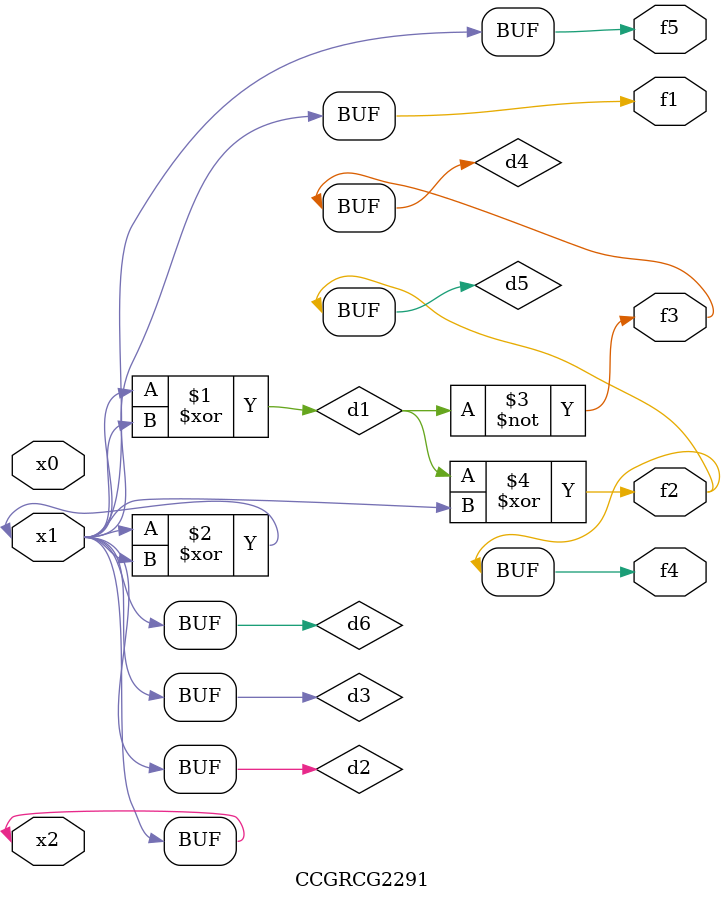
<source format=v>
module CCGRCG2291(
	input x0, x1, x2,
	output f1, f2, f3, f4, f5
);

	wire d1, d2, d3, d4, d5, d6;

	xor (d1, x1, x2);
	buf (d2, x1, x2);
	xor (d3, x1, x2);
	nor (d4, d1);
	xor (d5, d1, d2);
	buf (d6, d2, d3);
	assign f1 = d6;
	assign f2 = d5;
	assign f3 = d4;
	assign f4 = d5;
	assign f5 = d6;
endmodule

</source>
